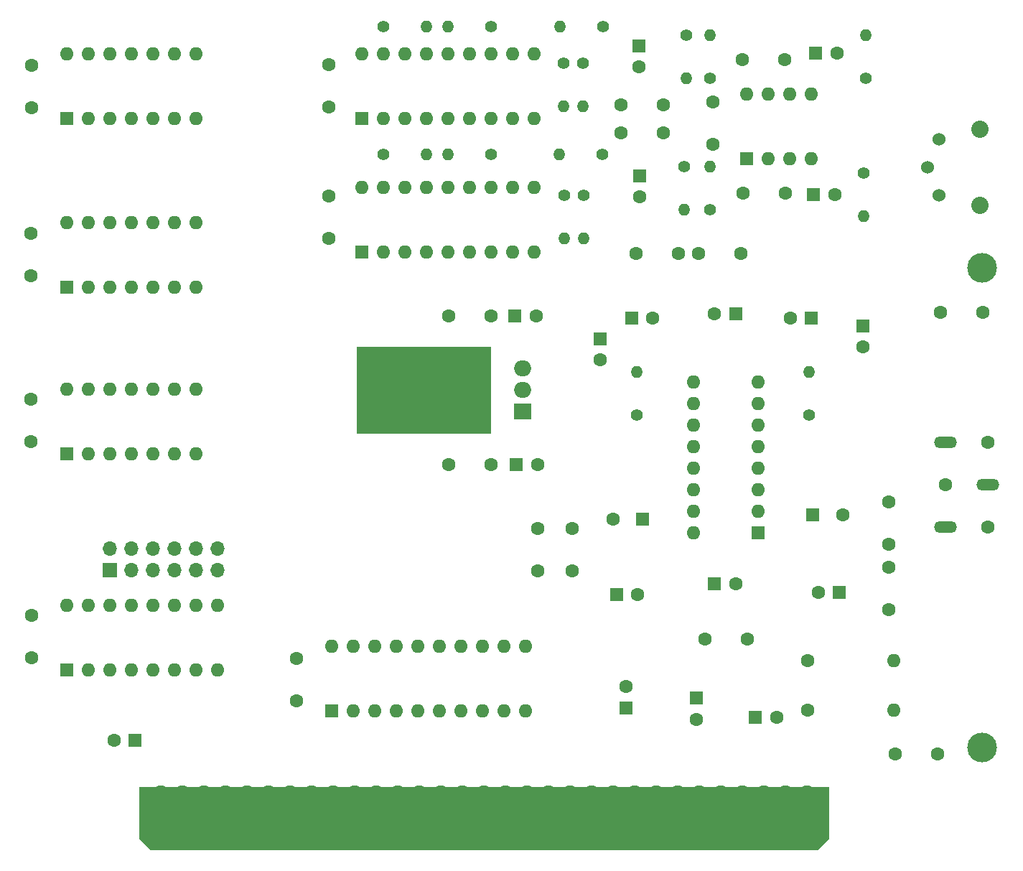
<source format=gbr>
%TF.GenerationSoftware,KiCad,Pcbnew,(6.0.11)*%
%TF.CreationDate,2023-03-08T11:42:25-07:00*%
%TF.ProjectId,ym2413-stereo-isa,796d3234-3133-42d7-9374-6572656f2d69,0*%
%TF.SameCoordinates,Original*%
%TF.FileFunction,Soldermask,Top*%
%TF.FilePolarity,Negative*%
%FSLAX46Y46*%
G04 Gerber Fmt 4.6, Leading zero omitted, Abs format (unit mm)*
G04 Created by KiCad (PCBNEW (6.0.11)) date 2023-03-08 11:42:25*
%MOMM*%
%LPD*%
G01*
G04 APERTURE LIST*
G04 Aperture macros list*
%AMFreePoly0*
4,1,18,0.134939,4.178957,0.303847,4.127800,0.456456,4.039157,0.584580,3.917785,0.681346,3.770192,0.741562,3.604298,0.762000,3.429000,0.762000,-3.429000,-0.762000,-3.429000,-0.762000,3.429000,-0.756157,3.523184,-0.714209,3.694612,-0.633949,3.851791,-0.519683,3.986292,-0.377540,4.090897,-0.215144,4.159997,-0.041208,4.189885,0.134939,4.178957,0.134939,4.178957,$1*%
G04 Aperture macros list end*
%ADD10C,0.120000*%
%ADD11C,1.524000*%
%ADD12C,2.032000*%
%ADD13C,1.600000*%
%ADD14C,1.400000*%
%ADD15O,1.400000X1.400000*%
%ADD16R,1.600000X1.600000*%
%ADD17FreePoly0,0.000000*%
%ADD18O,1.600000X1.600000*%
%ADD19C,3.500000*%
%ADD20O,3.500000X3.500000*%
%ADD21R,2.000000X1.905000*%
%ADD22O,2.000000X1.905000*%
%ADD23O,2.700000X1.350000*%
%ADD24R,1.700000X1.700000*%
%ADD25O,1.700000X1.700000*%
G04 APERTURE END LIST*
%TO.C,BUS1*%
G36*
X171943000Y-136256000D02*
G01*
X170673000Y-137526000D01*
X91933000Y-137526000D01*
X90663000Y-136256000D01*
X90663000Y-130160000D01*
X171943000Y-130160000D01*
X171943000Y-136256000D01*
G37*
D10*
X171943000Y-136256000D02*
X170673000Y-137526000D01*
X91933000Y-137526000D01*
X90663000Y-136256000D01*
X90663000Y-130160000D01*
X171943000Y-130160000D01*
X171943000Y-136256000D01*
%TO.C,IC10*%
X116335889Y-88392000D02*
X132083889Y-88392000D01*
X132083889Y-88392000D02*
X132083889Y-78232000D01*
X132083889Y-78232000D02*
X116335889Y-78232000D01*
X116335889Y-78232000D02*
X116335889Y-88392000D01*
G36*
X116335889Y-88392000D02*
G01*
X132083889Y-88392000D01*
X132083889Y-78232000D01*
X116335889Y-78232000D01*
X116335889Y-88392000D01*
G37*
%TD*%
D11*
%TO.C,RV1*%
X185050598Y-53732598D03*
D12*
X189874000Y-61556000D03*
X189874000Y-52556000D03*
D11*
X183674000Y-57056000D03*
X185050598Y-60379402D03*
%TD*%
D13*
%TO.C,C43*%
X190206000Y-74168000D03*
X185206000Y-74168000D03*
%TD*%
%TO.C,C8*%
X161878000Y-60110379D03*
X166878000Y-60110379D03*
%TD*%
D14*
%TO.C,R5*%
X132207000Y-40425379D03*
D15*
X127127000Y-40425379D03*
%TD*%
D13*
%TO.C,C3*%
X152487000Y-49696379D03*
X147487000Y-49696379D03*
%TD*%
%TO.C,C19*%
X77958000Y-64853600D03*
X77958000Y-69853600D03*
%TD*%
D16*
%TO.C,C34*%
X173290113Y-107188000D03*
D13*
X170790113Y-107188000D03*
%TD*%
D17*
%TO.C,BUS1*%
X169403000Y-134097000D03*
X166863000Y-134097000D03*
X164323000Y-134097000D03*
X161783000Y-134097000D03*
X159243000Y-134097000D03*
X156703000Y-134097000D03*
X154163000Y-134097000D03*
X151623000Y-134097000D03*
X149083000Y-134097000D03*
X146543000Y-134097000D03*
X144003000Y-134097000D03*
X141463000Y-134097000D03*
X138923000Y-134097000D03*
X136383000Y-134097000D03*
X133843000Y-134097000D03*
X131303000Y-134097000D03*
X128763000Y-134097000D03*
X126223000Y-134097000D03*
X123683000Y-134097000D03*
X121143000Y-134097000D03*
X118603000Y-134097000D03*
X116063000Y-134097000D03*
X113523000Y-134097000D03*
X110983000Y-134097000D03*
X108443000Y-134097000D03*
X105903000Y-134097000D03*
X103363000Y-134097000D03*
X100823000Y-134097000D03*
X98283000Y-134097000D03*
X95743000Y-134097000D03*
X93203000Y-134097000D03*
%TD*%
D16*
%TO.C,IC9*%
X82184000Y-51337379D03*
D18*
X84724000Y-51337379D03*
X87264000Y-51337379D03*
X89804000Y-51337379D03*
X92344000Y-51337379D03*
X94884000Y-51337379D03*
X97424000Y-51337379D03*
X97424000Y-43717379D03*
X94884000Y-43717379D03*
X92344000Y-43717379D03*
X89804000Y-43717379D03*
X87264000Y-43717379D03*
X84724000Y-43717379D03*
X82184000Y-43717379D03*
%TD*%
D13*
%TO.C,C14*%
X113055400Y-60404379D03*
X113055400Y-65404379D03*
%TD*%
D14*
%TO.C,R8*%
X143002000Y-44743379D03*
D15*
X143002000Y-49823379D03*
%TD*%
D14*
%TO.C,R11*%
X154940000Y-56935379D03*
D15*
X154940000Y-62015379D03*
%TD*%
D16*
%TO.C,C40*%
X150087651Y-98552000D03*
D13*
X146587651Y-98552000D03*
%TD*%
D16*
%TO.C,C31*%
X156387800Y-119634000D03*
D13*
X156387800Y-122134000D03*
%TD*%
D14*
%TO.C,R3*%
X132207000Y-55538379D03*
D15*
X127127000Y-55538379D03*
%TD*%
D13*
%TO.C,C29*%
X156631000Y-67183000D03*
X161631000Y-67183000D03*
%TD*%
D19*
%TO.C,H1*%
X190104000Y-125461000D03*
X190104000Y-68946000D03*
%TD*%
D16*
%TO.C,C7*%
X135192888Y-92075000D03*
D13*
X137692888Y-92075000D03*
%TD*%
%TO.C,C32*%
X77978000Y-109895000D03*
X77978000Y-114895000D03*
%TD*%
%TO.C,C9*%
X161838000Y-44362379D03*
X166838000Y-44362379D03*
%TD*%
D16*
%TO.C,C23*%
X169988113Y-74803000D03*
D13*
X167488113Y-74803000D03*
%TD*%
%TO.C,C20*%
X132211889Y-74549000D03*
X127211889Y-74549000D03*
%TD*%
D14*
%TO.C,R7*%
X143129000Y-60364379D03*
D15*
X143129000Y-65444379D03*
%TD*%
D13*
%TO.C,L2*%
X169545000Y-121031000D03*
D18*
X179705000Y-121031000D03*
%TD*%
D13*
%TO.C,C37*%
X109220000Y-114962000D03*
X109220000Y-119962000D03*
%TD*%
D16*
%TO.C,IC1*%
X163683000Y-100173000D03*
D18*
X163683000Y-97633000D03*
X163683000Y-95093000D03*
X163683000Y-92553000D03*
X163683000Y-90013000D03*
X163683000Y-87473000D03*
X163683000Y-84933000D03*
X163683000Y-82393000D03*
X156063000Y-82393000D03*
X156063000Y-84933000D03*
X156063000Y-87473000D03*
X156063000Y-90013000D03*
X156063000Y-92553000D03*
X156063000Y-95093000D03*
X156063000Y-97633000D03*
X156063000Y-100173000D03*
%TD*%
D15*
%TO.C,R15*%
X176149000Y-62777379D03*
D14*
X176149000Y-57697379D03*
%TD*%
D16*
%TO.C,C1*%
X90232113Y-124587000D03*
D13*
X87732113Y-124587000D03*
%TD*%
D20*
%TO.C,IC10*%
X119233889Y-83312000D03*
D21*
X135893889Y-85852000D03*
D22*
X135893889Y-83312000D03*
X135893889Y-80772000D03*
%TD*%
D14*
%TO.C,R17*%
X149352000Y-86233000D03*
D15*
X149352000Y-81153000D03*
%TD*%
D16*
%TO.C,C27*%
X161053225Y-74295000D03*
D13*
X158553225Y-74295000D03*
%TD*%
%TO.C,C42*%
X184832000Y-126238000D03*
X179832000Y-126238000D03*
%TD*%
%TO.C,C26*%
X157393000Y-112649000D03*
X162393000Y-112649000D03*
%TD*%
D16*
%TO.C,C41*%
X170148698Y-98044000D03*
D13*
X173648698Y-98044000D03*
%TD*%
D16*
%TO.C,C4*%
X149733000Y-58039000D03*
D13*
X149733000Y-60539000D03*
%TD*%
D14*
%TO.C,R13*%
X157988000Y-62015379D03*
D15*
X157988000Y-56935379D03*
%TD*%
D13*
%TO.C,J2*%
X185754000Y-94488000D03*
X190754000Y-99488000D03*
X190754000Y-89488000D03*
D23*
X190754000Y-94488000D03*
X185754000Y-89488000D03*
X185754000Y-99488000D03*
%TD*%
D14*
%TO.C,R14*%
X157988000Y-46521379D03*
D15*
X157988000Y-41441379D03*
%TD*%
D16*
%TO.C,C18*%
X176022000Y-75756887D03*
D13*
X176022000Y-78256887D03*
%TD*%
%TO.C,L1*%
X169545000Y-115189000D03*
D18*
X179705000Y-115189000D03*
%TD*%
D16*
%TO.C,C33*%
X147003888Y-107442000D03*
D13*
X149503888Y-107442000D03*
%TD*%
D16*
%TO.C,C30*%
X148082000Y-120792067D03*
D13*
X148082000Y-118292067D03*
%TD*%
D14*
%TO.C,R18*%
X169672000Y-86233000D03*
D15*
X169672000Y-81153000D03*
%TD*%
D16*
%TO.C,C6*%
X163349664Y-121920000D03*
D13*
X165849664Y-121920000D03*
%TD*%
D16*
%TO.C,IC6*%
X82184000Y-116322000D03*
D18*
X84724000Y-116322000D03*
X87264000Y-116322000D03*
X89804000Y-116322000D03*
X92344000Y-116322000D03*
X94884000Y-116322000D03*
X97424000Y-116322000D03*
X99964000Y-116322000D03*
X99964000Y-108702000D03*
X97424000Y-108702000D03*
X94884000Y-108702000D03*
X92344000Y-108702000D03*
X89804000Y-108702000D03*
X87264000Y-108702000D03*
X84724000Y-108702000D03*
X82184000Y-108702000D03*
%TD*%
D16*
%TO.C,C10*%
X170244888Y-60237379D03*
D13*
X172744888Y-60237379D03*
%TD*%
%TO.C,C38*%
X137668000Y-104648000D03*
X137668000Y-99648000D03*
%TD*%
D16*
%TO.C,IC4*%
X162316000Y-56036379D03*
D18*
X164856000Y-56036379D03*
X167396000Y-56036379D03*
X169936000Y-56036379D03*
X169936000Y-48416379D03*
X167396000Y-48416379D03*
X164856000Y-48416379D03*
X162316000Y-48416379D03*
%TD*%
D14*
%TO.C,R4*%
X140843000Y-60364379D03*
D15*
X140843000Y-65444379D03*
%TD*%
D14*
%TO.C,R9*%
X145288000Y-55538379D03*
D15*
X140208000Y-55538379D03*
%TD*%
D14*
%TO.C,R16*%
X176403000Y-46521379D03*
D15*
X176403000Y-41441379D03*
%TD*%
D14*
%TO.C,R1*%
X119507000Y-55538379D03*
D15*
X124587000Y-55538379D03*
%TD*%
D13*
%TO.C,C36*%
X179070000Y-101473000D03*
X179070000Y-96473000D03*
%TD*%
D14*
%TO.C,R10*%
X145415000Y-40425379D03*
D15*
X140335000Y-40425379D03*
%TD*%
D14*
%TO.C,R12*%
X155194000Y-41441379D03*
D15*
X155194000Y-46521379D03*
%TD*%
D14*
%TO.C,R2*%
X119507000Y-40425379D03*
D15*
X124587000Y-40425379D03*
%TD*%
D13*
%TO.C,C28*%
X149265000Y-67183000D03*
X154265000Y-67183000D03*
%TD*%
%TO.C,C13*%
X132211889Y-92075000D03*
X127211889Y-92075000D03*
%TD*%
D16*
%TO.C,IC5*%
X113365200Y-121148000D03*
D18*
X115905200Y-121148000D03*
X118445200Y-121148000D03*
X120985200Y-121148000D03*
X123525200Y-121148000D03*
X126065200Y-121148000D03*
X128605200Y-121148000D03*
X131145200Y-121148000D03*
X133685200Y-121148000D03*
X136225200Y-121148000D03*
X136225200Y-113528000D03*
X133685200Y-113528000D03*
X131145200Y-113528000D03*
X128605200Y-113528000D03*
X126065200Y-113528000D03*
X123525200Y-113528000D03*
X120985200Y-113528000D03*
X118445200Y-113528000D03*
X115905200Y-113528000D03*
X113365200Y-113528000D03*
%TD*%
D13*
%TO.C,C35*%
X141732000Y-104648000D03*
X141732000Y-99648000D03*
%TD*%
%TO.C,C24*%
X158318200Y-49328400D03*
X158318200Y-54328400D03*
%TD*%
D14*
%TO.C,R6*%
X140716000Y-44743379D03*
D15*
X140716000Y-49823379D03*
%TD*%
D16*
%TO.C,IC3*%
X116977000Y-51337379D03*
D18*
X119517000Y-51337379D03*
X122057000Y-51337379D03*
X124597000Y-51337379D03*
X127137000Y-51337379D03*
X129677000Y-51337379D03*
X132217000Y-51337379D03*
X134757000Y-51337379D03*
X137297000Y-51337379D03*
X137297000Y-43717379D03*
X134757000Y-43717379D03*
X132217000Y-43717379D03*
X129677000Y-43717379D03*
X127137000Y-43717379D03*
X124597000Y-43717379D03*
X122057000Y-43717379D03*
X119517000Y-43717379D03*
X116977000Y-43717379D03*
%TD*%
D13*
%TO.C,C15*%
X113055400Y-44910379D03*
X113055400Y-49910379D03*
%TD*%
%TO.C,C2*%
X152487000Y-52998379D03*
X147487000Y-52998379D03*
%TD*%
D16*
%TO.C,C22*%
X158560887Y-106172000D03*
D13*
X161060887Y-106172000D03*
%TD*%
D16*
%TO.C,C5*%
X149606000Y-42739621D03*
D13*
X149606000Y-45239621D03*
%TD*%
D16*
%TO.C,C17*%
X145034000Y-77280888D03*
D13*
X145034000Y-79780888D03*
%TD*%
D16*
%TO.C,C16*%
X134983777Y-74549000D03*
D13*
X137483777Y-74549000D03*
%TD*%
D16*
%TO.C,IC8*%
X82164000Y-71160800D03*
D18*
X84704000Y-71160800D03*
X87244000Y-71160800D03*
X89784000Y-71160800D03*
X92324000Y-71160800D03*
X94864000Y-71160800D03*
X97404000Y-71160800D03*
X97404000Y-63540800D03*
X94864000Y-63540800D03*
X92324000Y-63540800D03*
X89784000Y-63540800D03*
X87244000Y-63540800D03*
X84704000Y-63540800D03*
X82164000Y-63540800D03*
%TD*%
D16*
%TO.C,IC2*%
X116977000Y-67085379D03*
D18*
X119517000Y-67085379D03*
X122057000Y-67085379D03*
X124597000Y-67085379D03*
X127137000Y-67085379D03*
X129677000Y-67085379D03*
X132217000Y-67085379D03*
X134757000Y-67085379D03*
X137297000Y-67085379D03*
X137297000Y-59465379D03*
X134757000Y-59465379D03*
X132217000Y-59465379D03*
X129677000Y-59465379D03*
X127137000Y-59465379D03*
X124597000Y-59465379D03*
X122057000Y-59465379D03*
X119517000Y-59465379D03*
X116977000Y-59465379D03*
%TD*%
D16*
%TO.C,C21*%
X148781888Y-74803000D03*
D13*
X151281888Y-74803000D03*
%TD*%
%TO.C,C39*%
X179070000Y-109180000D03*
X179070000Y-104180000D03*
%TD*%
%TO.C,C12*%
X77952600Y-84418800D03*
X77952600Y-89418800D03*
%TD*%
%TO.C,C25*%
X77978000Y-45059600D03*
X77978000Y-50059600D03*
%TD*%
D16*
%TO.C,IC7*%
X82158600Y-90855800D03*
D18*
X84698600Y-90855800D03*
X87238600Y-90855800D03*
X89778600Y-90855800D03*
X92318600Y-90855800D03*
X94858600Y-90855800D03*
X97398600Y-90855800D03*
X97398600Y-83235800D03*
X94858600Y-83235800D03*
X92318600Y-83235800D03*
X89778600Y-83235800D03*
X87238600Y-83235800D03*
X84698600Y-83235800D03*
X82158600Y-83235800D03*
%TD*%
D16*
%TO.C,C11*%
X170498888Y-43600379D03*
D13*
X172998888Y-43600379D03*
%TD*%
D24*
%TO.C,J1*%
X87249000Y-104521000D03*
D25*
X87249000Y-101981000D03*
X89789000Y-104521000D03*
X89789000Y-101981000D03*
X92329000Y-104521000D03*
X92329000Y-101981000D03*
X94869000Y-104521000D03*
X94869000Y-101981000D03*
X97409000Y-104521000D03*
X97409000Y-101981000D03*
X99949000Y-104521000D03*
X99949000Y-101981000D03*
%TD*%
M02*

</source>
